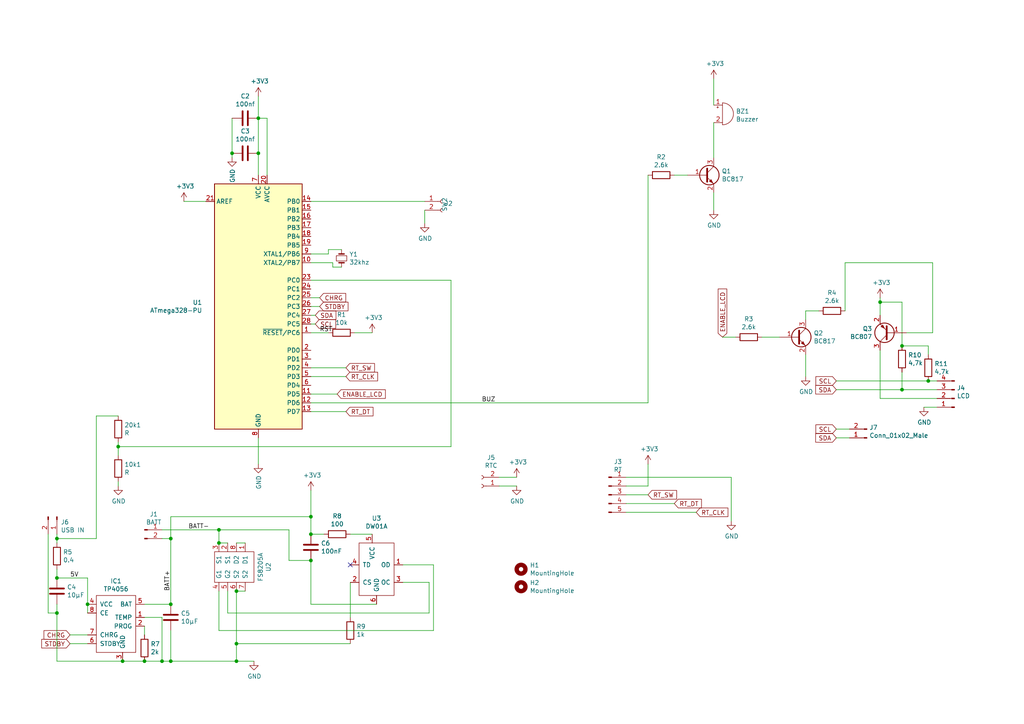
<source format=kicad_sch>
(kicad_sch (version 20211123) (generator eeschema)
  (paper "A4")
  (lib_symbols
    (symbol "Connector:Conn_01x02_Female" (pin_names (offset 1.016) hide)
      (property "Reference" "J" (at 0 2.54 0))
      (property "Value" "Conn_01x02_Female" (at 0 -5.08 0))
      (symbol "Conn_01x02_Female_1_1"
        (arc (start 0 -2.032) (mid -0.508 -2.54) (end 0 -3.048) (stroke (width 0.1524)))
        (polyline (pts (xy -1.27 -2.54) (xy -0.508 -2.54)) (stroke (width 0.1524)))
        (polyline (pts (xy -1.27 0) (xy -0.508 0)) (stroke (width 0.1524)))
        (arc (start 0 0.508) (mid -0.508 0) (end 0 -0.508) (stroke (width 0.1524)))
        (pin passive line (at -5.08 0 0) (length 3.81) (name "Pin_1") (number "1"))
        (pin passive line (at -5.08 -2.54 0) (length 3.81) (name "Pin_2") (number "2"))
      )
    )
    (symbol "Connector:Conn_01x02_Male" (pin_names (offset 1.016) hide)
      (property "Reference" "J" (at 0 2.54 0))
      (property "Value" "Conn_01x02_Male" (at 0 -5.08 0))
      (symbol "Conn_01x02_Male_1_1"
        (polyline (pts (xy 1.27 -2.54) (xy 0.8636 -2.54)) (stroke (width 0.1524)))
        (polyline (pts (xy 1.27 0) (xy 0.8636 0)) (stroke (width 0.1524)))
        (rectangle (start 0.8636 -2.413) (end 0 -2.667) (stroke (width 0.1524)) (fill (type outline)))
        (rectangle (start 0.8636 0.127) (end 0 -0.127) (stroke (width 0.1524)) (fill (type outline)))
        (pin passive line (at 5.08 0 180) (length 3.81) (name "Pin_1") (number "1"))
        (pin passive line (at 5.08 -2.54 180) (length 3.81) (name "Pin_2") (number "2"))
      )
    )
    (symbol "Connector:Conn_01x04_Male" (pin_names (offset 1.016) hide)
      (property "Reference" "J" (at 0 5.08 0))
      (property "Value" "Conn_01x04_Male" (at 0 -7.62 0))
      (symbol "Conn_01x04_Male_1_1"
        (polyline (pts (xy 1.27 -5.08) (xy 0.8636 -5.08)) (stroke (width 0.1524)))
        (polyline (pts (xy 1.27 -2.54) (xy 0.8636 -2.54)) (stroke (width 0.1524)))
        (polyline (pts (xy 1.27 0) (xy 0.8636 0)) (stroke (width 0.1524)))
        (polyline (pts (xy 1.27 2.54) (xy 0.8636 2.54)) (stroke (width 0.1524)))
        (rectangle (start 0.8636 -4.953) (end 0 -5.207) (stroke (width 0.1524)) (fill (type outline)))
        (rectangle (start 0.8636 -2.413) (end 0 -2.667) (stroke (width 0.1524)) (fill (type outline)))
        (rectangle (start 0.8636 0.127) (end 0 -0.127) (stroke (width 0.1524)) (fill (type outline)))
        (rectangle (start 0.8636 2.667) (end 0 2.413) (stroke (width 0.1524)) (fill (type outline)))
        (pin passive line (at 5.08 2.54 180) (length 3.81) (name "Pin_1") (number "1"))
        (pin passive line (at 5.08 0 180) (length 3.81) (name "Pin_2") (number "2"))
        (pin passive line (at 5.08 -2.54 180) (length 3.81) (name "Pin_3") (number "3"))
        (pin passive line (at 5.08 -5.08 180) (length 3.81) (name "Pin_4") (number "4"))
      )
    )
    (symbol "Connector:Conn_01x05_Male" (pin_names (offset 1.016) hide)
      (property "Reference" "J" (at 0 7.62 0))
      (property "Value" "Conn_01x05_Male" (at 0 -7.62 0))
      (symbol "Conn_01x05_Male_1_1"
        (polyline (pts (xy 1.27 -5.08) (xy 0.8636 -5.08)) (stroke (width 0.1524)))
        (polyline (pts (xy 1.27 -2.54) (xy 0.8636 -2.54)) (stroke (width 0.1524)))
        (polyline (pts (xy 1.27 0) (xy 0.8636 0)) (stroke (width 0.1524)))
        (polyline (pts (xy 1.27 2.54) (xy 0.8636 2.54)) (stroke (width 0.1524)))
        (polyline (pts (xy 1.27 5.08) (xy 0.8636 5.08)) (stroke (width 0.1524)))
        (rectangle (start 0.8636 -4.953) (end 0 -5.207) (stroke (width 0.1524)) (fill (type outline)))
        (rectangle (start 0.8636 -2.413) (end 0 -2.667) (stroke (width 0.1524)) (fill (type outline)))
        (rectangle (start 0.8636 0.127) (end 0 -0.127) (stroke (width 0.1524)) (fill (type outline)))
        (rectangle (start 0.8636 2.667) (end 0 2.413) (stroke (width 0.1524)) (fill (type outline)))
        (rectangle (start 0.8636 5.207) (end 0 4.953) (stroke (width 0.1524)) (fill (type outline)))
        (pin passive line (at 5.08 5.08 180) (length 3.81) (name "Pin_1") (number "1"))
        (pin passive line (at 5.08 2.54 180) (length 3.81) (name "Pin_2") (number "2"))
        (pin passive line (at 5.08 0 180) (length 3.81) (name "Pin_3") (number "3"))
        (pin passive line (at 5.08 -2.54 180) (length 3.81) (name "Pin_4") (number "4"))
        (pin passive line (at 5.08 -5.08 180) (length 3.81) (name "Pin_5") (number "5"))
      )
    )
    (symbol "Device:Buzzer" (pin_names (offset 0.0254) hide)
      (property "Reference" "BZ" (at 3.81 1.27 0))
      (property "Value" "Buzzer" (at 3.81 -1.27 0))
      (symbol "Buzzer_0_1"
        (arc (start 0 -3.175) (mid 3.175 0) (end 0 3.175))
        (polyline (pts (xy -1.651 1.905) (xy -1.143 1.905)))
        (polyline (pts (xy -1.397 2.159) (xy -1.397 1.651)))
        (polyline (pts (xy 0 3.175) (xy 0 -3.175)))
      )
      (symbol "Buzzer_1_1"
        (pin passive line (at -2.54 2.54 0) (length 2.54) (name "-") (number "1"))
        (pin passive line (at -2.54 -2.54 0) (length 2.54) (name "+") (number "2"))
      )
    )
    (symbol "Device:C" (pin_numbers hide) (pin_names (offset 0.254))
      (property "Reference" "C" (at 0.635 2.54 0))
      (property "Value" "C" (at 0.635 -2.54 0))
      (symbol "C_0_1"
        (polyline (pts (xy -2.032 -0.762) (xy 2.032 -0.762)) (stroke (width 0.508)))
        (polyline (pts (xy -2.032 0.762) (xy 2.032 0.762)) (stroke (width 0.508)))
      )
      (symbol "C_1_1"
        (pin passive line (at 0 3.81 270) (length 2.794) (name "~") (number "1"))
        (pin passive line (at 0 -3.81 90) (length 2.794) (name "~") (number "2"))
      )
    )
    (symbol "Device:Crystal_Small" (pin_numbers hide) (pin_names (offset 1.016) hide)
      (property "Reference" "Y" (at 0 2.54 0))
      (property "Value" "Crystal_Small" (at 0 -2.54 0))
      (symbol "Crystal_Small_0_1"
        (rectangle (start -0.762 -1.524) (end 0.762 1.524))
        (polyline (pts (xy -1.27 -0.762) (xy -1.27 0.762)) (stroke (width 0.381)))
        (polyline (pts (xy 1.27 -0.762) (xy 1.27 0.762)) (stroke (width 0.381)))
      )
      (symbol "Crystal_Small_1_1"
        (pin passive line (at -2.54 0 0) (length 1.27) (name "1") (number "1"))
        (pin passive line (at 2.54 0 180) (length 1.27) (name "2") (number "2"))
      )
    )
    (symbol "Device:R" (pin_numbers hide) (pin_names (offset 0))
      (property "Reference" "R" (at 2.032 0 90))
      (property "Value" "R" (at 0 0 90))
      (symbol "R_0_1"
        (rectangle (start -1.016 -2.54) (end 1.016 2.54) (stroke (width 0.254)))
      )
      (symbol "R_1_1"
        (pin passive line (at 0 3.81 270) (length 1.27) (name "~") (number "1"))
        (pin passive line (at 0 -3.81 90) (length 1.27) (name "~") (number "2"))
      )
    )
    (symbol "Mechanical:MountingHole" (pin_names (offset 1.016))
      (property "Reference" "H" (at 0 5.08 0))
      (property "Value" "MountingHole" (at 0 3.175 0))
      (symbol "MountingHole_0_1"
        (circle (center 0 0) (radius 1.27) (stroke (width 1.27)))
      )
    )
    (symbol "Transistor_BJT:BC807" (pin_names (offset 0) hide)
      (property "Reference" "Q" (at 5.08 1.905 0))
      (property "Value" "BC807" (at 5.08 0 0))
      (symbol "BC807_0_1"
        (polyline (pts (xy 0.635 0.635) (xy 2.54 2.54)))
        (polyline (pts (xy 0.635 -0.635) (xy 2.54 -2.54) (xy 2.54 -2.54)))
        (polyline (pts (xy 0.635 1.905) (xy 0.635 -1.905) (xy 0.635 -1.905)) (stroke (width 0.508)))
        (polyline (pts (xy 2.286 -1.778) (xy 1.778 -2.286) (xy 1.27 -1.27) (xy 2.286 -1.778) (xy 2.286 -1.778)) (fill (type outline)))
        (circle (center 1.27 0) (radius 2.8194) (stroke (width 0.254)))
      )
      (symbol "BC807_1_1"
        (pin input line (at -5.08 0 0) (length 5.715) (name "B") (number "1"))
        (pin passive line (at 2.54 -5.08 90) (length 2.54) (name "E") (number "2"))
        (pin passive line (at 2.54 5.08 270) (length 2.54) (name "C") (number "3"))
      )
    )
    (symbol "Transistor_BJT:BC817" (pin_names (offset 0) hide)
      (property "Reference" "Q" (at 5.08 1.905 0))
      (property "Value" "BC817" (at 5.08 0 0))
      (symbol "BC817_0_1"
        (polyline (pts (xy 0.635 0.635) (xy 2.54 2.54)))
        (polyline (pts (xy 0.635 -0.635) (xy 2.54 -2.54) (xy 2.54 -2.54)))
        (polyline (pts (xy 0.635 1.905) (xy 0.635 -1.905) (xy 0.635 -1.905)) (stroke (width 0.508)))
        (polyline (pts (xy 1.27 -1.778) (xy 1.778 -1.27) (xy 2.286 -2.286) (xy 1.27 -1.778) (xy 1.27 -1.778)) (fill (type outline)))
        (circle (center 1.27 0) (radius 2.8194) (stroke (width 0.254)))
      )
      (symbol "BC817_1_1"
        (pin input line (at -5.08 0 0) (length 5.715) (name "B") (number "1"))
        (pin passive line (at 2.54 -5.08 90) (length 2.54) (name "E") (number "2"))
        (pin passive line (at 2.54 5.08 270) (length 2.54) (name "C") (number "3"))
      )
    )
    (symbol "dw01a:DW01A" (pin_names (offset 1.016))
      (property "Reference" "U" (at 6.35 -7.62 0))
      (property "Value" "DW01A" (at 6.35 10.16 0))
      (symbol "DW01A_0_1"
        (rectangle (start 7.62 -6.35) (end -2.54 8.89))
      )
      (symbol "DW01A_1_1"
        (pin output line (at 10.16 2.54 180) (length 2.54) (name "OD") (number "1"))
        (pin input line (at -5.08 -2.54 0) (length 2.54) (name "CS") (number "2"))
        (pin output line (at 10.16 -2.54 180) (length 2.54) (name "OC") (number "3"))
        (pin bidirectional line (at -5.08 2.54 0) (length 2.54) (name "TD") (number "4"))
        (pin power_in line (at 1.27 11.43 270) (length 2.54) (name "VCC") (number "5"))
        (pin power_in line (at 2.54 -8.89 90) (length 2.54) (name "GND") (number "6"))
      )
    )
    (symbol "fs8205a:FS8205A" (pin_names (offset 1.016))
      (property "Reference" "U" (at -2.54 -5.08 0))
      (property "Value" "FS8205A" (at 0 8.89 0))
      (symbol "FS8205A_0_1"
        (rectangle (start 5.08 -3.81) (end -3.81 7.62))
      )
      (symbol "FS8205A_1_1"
        (pin input line (at -6.35 5.08 0) (length 2.54) (name "D1") (number "1"))
        (pin input line (at -6.35 0 0) (length 2.54) (name "S1") (number "2"))
        (pin input line (at -6.35 -2.54 0) (length 2.54) (name "S1") (number "3"))
        (pin input line (at 7.62 -2.54 180) (length 2.54) (name "G1") (number "4"))
        (pin input line (at 7.62 0 180) (length 2.54) (name "G2") (number "5"))
        (pin input line (at 7.62 2.54 180) (length 2.54) (name "S2") (number "6"))
        (pin input line (at 7.62 5.08 180) (length 2.54) (name "S2") (number "7"))
        (pin input line (at -6.35 2.54 0) (length 2.54) (name "D2") (number "8"))
      )
    )
    (symbol "kitchen-timer-rescue:+3.3V-power" (power) (pin_names (offset 0))
      (property "Value" "+3.3V-power" (at 0 3.556 0))
      (symbol "+3.3V-power_0_1"
        (polyline (pts (xy -0.762 1.27) (xy 0 2.54)))
        (polyline (pts (xy 0 0) (xy 0 2.54)))
        (polyline (pts (xy 0 2.54) (xy 0.762 1.27)))
      )
      (symbol "+3.3V-power_1_1"
        (pin power_in line (at 0 0 90) (length 0) hide (name "+3V3") (number "1"))
      )
    )
    (symbol "kitchen-timer-rescue:ATmega328-PU-MCU_Microchip_ATmega"
      (property "Reference" "U" (at -12.7 36.83 0))
      (property "Value" "ATmega328-PU-MCU_Microchip_ATmega" (at 2.54 -36.83 0))
      (symbol "ATmega328-PU-MCU_Microchip_ATmega_0_1"
        (rectangle (start -12.7 -35.56) (end 12.7 35.56) (stroke (width 0.254)) (fill (type background)))
      )
      (symbol "ATmega328-PU-MCU_Microchip_ATmega_1_1"
        (pin tri_state line (at 15.24 -7.62 180) (length 2.54) (name "~{RESET}/PC6") (number "1"))
        (pin tri_state line (at 15.24 12.7 180) (length 2.54) (name "XTAL2/PB7") (number "10"))
        (pin tri_state line (at 15.24 -25.4 180) (length 2.54) (name "PD5") (number "11"))
        (pin tri_state line (at 15.24 -27.94 180) (length 2.54) (name "PD6") (number "12"))
        (pin tri_state line (at 15.24 -30.48 180) (length 2.54) (name "PD7") (number "13"))
        (pin tri_state line (at 15.24 30.48 180) (length 2.54) (name "PB0") (number "14"))
        (pin tri_state line (at 15.24 27.94 180) (length 2.54) (name "PB1") (number "15"))
        (pin tri_state line (at 15.24 25.4 180) (length 2.54) (name "PB2") (number "16"))
        (pin tri_state line (at 15.24 22.86 180) (length 2.54) (name "PB3") (number "17"))
        (pin tri_state line (at 15.24 20.32 180) (length 2.54) (name "PB4") (number "18"))
        (pin tri_state line (at 15.24 17.78 180) (length 2.54) (name "PB5") (number "19"))
        (pin tri_state line (at 15.24 -12.7 180) (length 2.54) (name "PD0") (number "2"))
        (pin power_in line (at 2.54 38.1 270) (length 2.54) (name "AVCC") (number "20"))
        (pin passive line (at -15.24 30.48 0) (length 2.54) (name "AREF") (number "21"))
        (pin passive line (at 0 -38.1 90) (length 2.54) hide (name "GND") (number "22"))
        (pin tri_state line (at 15.24 7.62 180) (length 2.54) (name "PC0") (number "23"))
        (pin tri_state line (at 15.24 5.08 180) (length 2.54) (name "PC1") (number "24"))
        (pin tri_state line (at 15.24 2.54 180) (length 2.54) (name "PC2") (number "25"))
        (pin tri_state line (at 15.24 0 180) (length 2.54) (name "PC3") (number "26"))
        (pin tri_state line (at 15.24 -2.54 180) (length 2.54) (name "PC4") (number "27"))
        (pin tri_state line (at 15.24 -5.08 180) (length 2.54) (name "PC5") (number "28"))
        (pin tri_state line (at 15.24 -15.24 180) (length 2.54) (name "PD1") (number "3"))
        (pin tri_state line (at 15.24 -17.78 180) (length 2.54) (name "PD2") (number "4"))
        (pin tri_state line (at 15.24 -20.32 180) (length 2.54) (name "PD3") (number "5"))
        (pin tri_state line (at 15.24 -22.86 180) (length 2.54) (name "PD4") (number "6"))
        (pin power_in line (at 0 38.1 270) (length 2.54) (name "VCC") (number "7"))
        (pin power_in line (at 0 -38.1 90) (length 2.54) (name "GND") (number "8"))
        (pin tri_state line (at 15.24 15.24 180) (length 2.54) (name "XTAL1/PB6") (number "9"))
      )
    )
    (symbol "power:+3V3" (power) (pin_names (offset 0))
      (property "Value" "+3V3" (at 0 3.556 0))
      (symbol "+3V3_0_1"
        (polyline (pts (xy -0.762 1.27) (xy 0 2.54)))
        (polyline (pts (xy 0 0) (xy 0 2.54)))
        (polyline (pts (xy 0 2.54) (xy 0.762 1.27)))
      )
      (symbol "+3V3_1_1"
        (pin power_in line (at 0 0 90) (length 0) hide (name "+3V3") (number "1"))
      )
    )
    (symbol "power:GND" (power) (pin_names (offset 0))
      (property "Value" "GND" (at 0 -3.81 0))
      (symbol "GND_0_1"
        (polyline (pts (xy 0 0) (xy 0 -1.27) (xy 1.27 -1.27) (xy 0 -2.54) (xy -1.27 -1.27) (xy 0 -1.27)))
      )
      (symbol "GND_1_1"
        (pin power_in line (at 0 0 270) (length 0) hide (name "GND") (number "1"))
      )
    )
    (symbol "tp4056:TP4056" (pin_names (offset 1.016))
      (property "Reference" "IC" (at -3.81 0 0))
      (property "Value" "TP4056" (at 2.54 19.05 0))
      (symbol "TP4056_0_1"
        (rectangle (start -2.54 17.78) (end 8.89 1.27))
      )
      (symbol "TP4056_1_1"
        (pin input line (at 11.43 11.43 180) (length 2.54) (name "TEMP") (number "1"))
        (pin input line (at 11.43 8.89 180) (length 2.54) (name "PROG") (number "2"))
        (pin input line (at 5.08 -1.27 90) (length 2.54) (name "GND") (number "3"))
        (pin input line (at -5.08 15.24 0) (length 2.54) (name "VCC") (number "4"))
        (pin input line (at 11.43 15.24 180) (length 2.54) (name "BAT") (number "5"))
        (pin input line (at -5.08 3.81 0) (length 2.54) (name "STDBY") (number "6"))
        (pin input line (at -5.08 6.35 0) (length 2.54) (name "CHRG") (number "7"))
        (pin input line (at -5.08 12.7 0) (length 2.54) (name "CE") (number "8"))
      )
    )
  )
  (junction (at 68.58 171.45))
  (junction (at 90.17 149.86))
  (junction (at 261.62 100.33))
  (junction (at 74.93 44.45))
  (junction (at 68.58 191.77))
  (junction (at 67.31 44.45))
  (junction (at 49.53 191.77))
  (junction (at 63.5 153.67))
  (junction (at 49.53 156.21))
  (junction (at 16.51 177.8))
  (junction (at 16.51 156.21))
  (junction (at 46.99 191.77))
  (junction (at 255.27 87.63))
  (junction (at 16.51 167.64))
  (junction (at 49.53 175.26))
  (junction (at 90.17 154.94))
  (junction (at 63.5 157.48))
  (junction (at 25.4 175.26))
  (junction (at 35.56 191.77))
  (junction (at 34.29 129.54))
  (junction (at 74.93 34.29))
  (junction (at 261.62 113.03))
  (junction (at 41.91 191.77))
  (junction (at 269.24 110.49))
  (junction (at 68.58 186.69))
  (junction (at 90.17 162.56))
  (no_connect (at 101.6 163.83))
  (wire (pts (xy 63.5 182.88) (xy 125.73 182.88)))
  (wire (pts (xy 46.99 156.21) (xy 49.53 156.21)))
  (wire (pts (xy 73.66 191.77) (xy 68.58 191.77)))
  (wire (pts (xy 261.62 100.33) (xy 261.62 87.63)))
  (wire (pts (xy 271.78 113.03) (xy 261.62 113.03)))
  (wire (pts (xy 96.52 76.2) (xy 90.17 76.2)))
  (wire (pts (xy 95.25 96.52) (xy 90.17 96.52)))
  (wire (pts (xy 71.12 171.45) (xy 68.58 171.45)))
  (wire (pts (xy 270.51 76.2) (xy 270.51 96.52)))
  (wire (pts (xy 67.31 44.45) (xy 67.31 45.72)))
  (wire (pts (xy 90.17 73.66) (xy 95.25 73.66)))
  (wire (pts (xy 271.78 110.49) (xy 269.24 110.49)))
  (wire (pts (xy 261.62 113.03) (xy 261.62 107.95)))
  (wire (pts (xy 83.82 162.56) (xy 90.17 162.56)))
  (wire (pts (xy 41.91 179.07) (xy 46.99 179.07)))
  (wire (pts (xy 41.91 181.61) (xy 41.91 184.15)))
  (wire (pts (xy 63.5 153.67) (xy 83.82 153.67)))
  (wire (pts (xy 90.17 162.56) (xy 90.17 175.26)))
  (wire (pts (xy 74.93 127) (xy 74.93 134.62)))
  (wire (pts (xy 187.96 116.84) (xy 187.96 50.8)))
  (wire (pts (xy 41.91 191.77) (xy 46.99 191.77)))
  (wire (pts (xy 95.25 72.39) (xy 99.06 72.39)))
  (wire (pts (xy 16.51 156.21) (xy 27.94 156.21)))
  (wire (pts (xy 212.09 138.43) (xy 212.09 151.13)))
  (wire (pts (xy 271.78 115.57) (xy 255.27 115.57)))
  (wire (pts (xy 199.39 50.8) (xy 195.58 50.8)))
  (wire (pts (xy 95.25 73.66) (xy 95.25 72.39)))
  (wire (pts (xy 93.98 154.94) (xy 90.17 154.94)))
  (wire (pts (xy 207.01 55.88) (xy 207.01 60.96)))
  (wire (pts (xy 67.31 34.29) (xy 67.31 44.45)))
  (wire (pts (xy 91.44 91.44) (xy 90.17 91.44)))
  (wire (pts (xy 269.24 102.87) (xy 269.24 100.33)))
  (wire (pts (xy 13.97 154.94) (xy 13.97 177.8)))
  (wire (pts (xy 123.19 58.42) (xy 90.17 58.42)))
  (wire (pts (xy 90.17 88.9) (xy 92.71 88.9)))
  (wire (pts (xy 25.4 167.64) (xy 16.51 167.64)))
  (wire (pts (xy 123.19 60.96) (xy 123.19 64.77)))
  (wire (pts (xy 46.99 179.07) (xy 46.99 191.77)))
  (wire (pts (xy 91.44 93.98) (xy 90.17 93.98)))
  (wire (pts (xy 124.46 168.91) (xy 124.46 177.8)))
  (wire (pts (xy 100.33 109.22) (xy 90.17 109.22)))
  (wire (pts (xy 74.93 34.29) (xy 77.47 34.29)))
  (wire (pts (xy 25.4 175.26) (xy 25.4 167.64)))
  (wire (pts (xy 49.53 156.21) (xy 49.53 175.26)))
  (wire (pts (xy 124.46 177.8) (xy 66.04 177.8)))
  (wire (pts (xy 107.95 154.94) (xy 101.6 154.94)))
  (wire (pts (xy 34.29 139.7) (xy 34.29 140.97)))
  (wire (pts (xy 97.79 114.3) (xy 90.17 114.3)))
  (wire (pts (xy 90.17 106.68) (xy 100.33 106.68)))
  (wire (pts (xy 49.53 191.77) (xy 46.99 191.77)))
  (wire (pts (xy 130.81 129.54) (xy 130.81 81.28)))
  (wire (pts (xy 25.4 184.15) (xy 20.32 184.15)))
  (wire (pts (xy 16.51 154.94) (xy 16.51 156.21)))
  (wire (pts (xy 92.71 86.36) (xy 90.17 86.36)))
  (wire (pts (xy 181.61 140.97) (xy 187.96 140.97)))
  (wire (pts (xy 245.11 90.17) (xy 245.11 76.2)))
  (wire (pts (xy 181.61 146.05) (xy 195.58 146.05)))
  (wire (pts (xy 20.32 186.69) (xy 25.4 186.69)))
  (wire (pts (xy 16.51 156.21) (xy 16.51 157.48)))
  (wire (pts (xy 27.94 120.65) (xy 34.29 120.65)))
  (wire (pts (xy 66.04 157.48) (xy 63.5 157.48)))
  (wire (pts (xy 63.5 153.67) (xy 63.5 157.48)))
  (wire (pts (xy 245.11 76.2) (xy 270.51 76.2)))
  (wire (pts (xy 125.73 163.83) (xy 116.84 163.83)))
  (wire (pts (xy 68.58 186.69) (xy 68.58 191.77)))
  (wire (pts (xy 130.81 81.28) (xy 90.17 81.28)))
  (wire (pts (xy 68.58 191.77) (xy 49.53 191.77)))
  (wire (pts (xy 83.82 153.67) (xy 83.82 162.56)))
  (wire (pts (xy 68.58 171.45) (xy 68.58 186.69)))
  (wire (pts (xy 25.4 175.26) (xy 25.4 177.8)))
  (wire (pts (xy 242.57 127) (xy 246.38 127)))
  (wire (pts (xy 74.93 44.45) (xy 74.93 50.8)))
  (wire (pts (xy 66.04 177.8) (xy 66.04 171.45)))
  (wire (pts (xy 233.68 102.87) (xy 233.68 109.22)))
  (wire (pts (xy 90.17 149.86) (xy 49.53 149.86)))
  (wire (pts (xy 100.33 119.38) (xy 90.17 119.38)))
  (wire (pts (xy 90.17 116.84) (xy 187.96 116.84)))
  (wire (pts (xy 16.51 177.8) (xy 16.51 191.77)))
  (wire (pts (xy 107.95 96.52) (xy 102.87 96.52)))
  (wire (pts (xy 261.62 113.03) (xy 242.57 113.03)))
  (wire (pts (xy 269.24 100.33) (xy 261.62 100.33)))
  (wire (pts (xy 16.51 175.26) (xy 16.51 177.8)))
  (wire (pts (xy 181.61 138.43) (xy 212.09 138.43)))
  (wire (pts (xy 49.53 182.88) (xy 49.53 191.77)))
  (wire (pts (xy 101.6 179.07) (xy 101.6 168.91)))
  (wire (pts (xy 16.51 191.77) (xy 35.56 191.77)))
  (wire (pts (xy 13.97 177.8) (xy 16.51 177.8)))
  (wire (pts (xy 46.99 153.67) (xy 63.5 153.67)))
  (wire (pts (xy 63.5 171.45) (xy 63.5 182.88)))
  (wire (pts (xy 207.01 35.56) (xy 207.01 45.72)))
  (wire (pts (xy 270.51 96.52) (xy 262.89 96.52)))
  (wire (pts (xy 35.56 191.77) (xy 41.91 191.77)))
  (wire (pts (xy 77.47 34.29) (xy 77.47 50.8)))
  (wire (pts (xy 16.51 165.1) (xy 16.51 167.64)))
  (wire (pts (xy 255.27 87.63) (xy 255.27 91.44)))
  (wire (pts (xy 74.93 34.29) (xy 74.93 44.45)))
  (wire (pts (xy 34.29 128.27) (xy 34.29 129.54)))
  (wire (pts (xy 255.27 86.36) (xy 255.27 87.63)))
  (wire (pts (xy 34.29 129.54) (xy 130.81 129.54)))
  (wire (pts (xy 41.91 175.26) (xy 49.53 175.26)))
  (wire (pts (xy 209.55 97.79) (xy 213.36 97.79)))
  (wire (pts (xy 261.62 87.63) (xy 255.27 87.63)))
  (wire (pts (xy 201.93 148.59) (xy 181.61 148.59)))
  (wire (pts (xy 255.27 115.57) (xy 255.27 101.6)))
  (wire (pts (xy 90.17 154.94) (xy 90.17 149.86)))
  (wire (pts (xy 226.06 97.79) (xy 220.98 97.79)))
  (wire (pts (xy 187.96 140.97) (xy 187.96 134.62)))
  (wire (pts (xy 242.57 110.49) (xy 269.24 110.49)))
  (wire (pts (xy 271.78 118.11) (xy 267.97 118.11)))
  (wire (pts (xy 71.12 157.48) (xy 68.58 157.48)))
  (wire (pts (xy 246.38 124.46) (xy 242.57 124.46)))
  (wire (pts (xy 90.17 175.26) (xy 109.22 175.26)))
  (wire (pts (xy 144.78 140.97) (xy 149.86 140.97)))
  (wire (pts (xy 59.69 58.42) (xy 53.34 58.42)))
  (wire (pts (xy 237.49 90.17) (xy 233.68 90.17)))
  (wire (pts (xy 90.17 142.24) (xy 90.17 149.86)))
  (wire (pts (xy 116.84 168.91) (xy 124.46 168.91)))
  (wire (pts (xy 96.52 77.47) (xy 96.52 76.2)))
  (wire (pts (xy 34.29 129.54) (xy 34.29 132.08)))
  (wire (pts (xy 99.06 77.47) (xy 96.52 77.47)))
  (wire (pts (xy 101.6 186.69) (xy 68.58 186.69)))
  (wire (pts (xy 187.96 143.51) (xy 181.61 143.51)))
  (wire (pts (xy 207.01 22.86) (xy 207.01 30.48)))
  (wire (pts (xy 233.68 90.17) (xy 233.68 92.71)))
  (wire (pts (xy 49.53 149.86) (xy 49.53 156.21)))
  (wire (pts (xy 149.86 138.43) (xy 144.78 138.43)))
  (wire (pts (xy 125.73 182.88) (xy 125.73 163.83)))
  (wire (pts (xy 27.94 156.21) (xy 27.94 120.65)))
  (wire (pts (xy 74.93 27.94) (xy 74.93 34.29)))
  (label "BATT-" (at 54.61 153.67 0))
  (label "5V" (at 20.32 167.64 0))
  (label "BUZ" (at 139.7 116.84 0))
  (label "RST" (at 92.71 96.52 0))
  (label "BATT+" (at 49.53 171.45 90))
  (global_label "CHRG" (shape input) (at 20.32 184.15 180) (property "Intersheet References" "${INTERSHEET_REFS}" (effects hide)))
  (global_label "ENABLE_LCD" (shape input) (at 209.55 97.79 90) (property "Intersheet References" "${INTERSHEET_REFS}" (effects hide)))
  (global_label "RT_SW" (shape input) (at 100.33 106.68 0) (property "Intersheet References" "${INTERSHEET_REFS}" (effects hide)))
  (global_label "SDA" (shape input) (at 242.57 127 180) (property "Intersheet References" "${INTERSHEET_REFS}" (effects hide)))
  (global_label "SCL" (shape input) (at 242.57 110.49 180) (property "Intersheet References" "${INTERSHEET_REFS}" (effects hide)))
  (global_label "RT_CLK" (shape input) (at 100.33 109.22 0) (property "Intersheet References" "${INTERSHEET_REFS}" (effects hide)))
  (global_label "SCL" (shape input) (at 91.44 93.98 0) (property "Intersheet References" "${INTERSHEET_REFS}" (effects hide)))
  (global_label "ENABLE_LCD" (shape input) (at 97.79 114.3 0) (property "Intersheet References" "${INTERSHEET_REFS}" (effects hide)))
  (global_label "RT_DT" (shape input) (at 100.33 119.38 0) (property "Intersheet References" "${INTERSHEET_REFS}" (effects hide)))
  (global_label "CHRG" (shape input) (at 92.71 86.36 0) (property "Intersheet References" "${INTERSHEET_REFS}" (effects hide)))
  (global_label "SDA" (shape input) (at 91.44 91.44 0) (property "Intersheet References" "${INTERSHEET_REFS}" (effects hide)))
  (global_label "STDBY" (shape input) (at 92.71 88.9 0) (property "Intersheet References" "${INTERSHEET_REFS}" (effects hide)))
  (global_label "RT_DT" (shape input) (at 195.58 146.05 0) (property "Intersheet References" "${INTERSHEET_REFS}" (effects hide)))
  (global_label "STDBY" (shape input) (at 20.32 186.69 180) (property "Intersheet References" "${INTERSHEET_REFS}" (effects hide)))
  (global_label "SDA" (shape input) (at 242.57 113.03 180) (property "Intersheet References" "${INTERSHEET_REFS}" (effects hide)))
  (global_label "RT_SW" (shape input) (at 187.96 143.51 0) (property "Intersheet References" "${INTERSHEET_REFS}" (effects hide)))
  (global_label "SCL" (shape input) (at 242.57 124.46 180) (property "Intersheet References" "${INTERSHEET_REFS}" (effects hide)))
  (global_label "RT_CLK" (shape input) (at 201.93 148.59 0) (property "Intersheet References" "${INTERSHEET_REFS}" (effects hide)))
  (symbol (lib_id "Device:Buzzer") (at 209.55 33.02 0) (unit 1)
    (property "Reference" "BZ1" (at 213.4362 32.2834 0) (effects (justify left)))
    (property "Value" "Buzzer" (at 213.4362 34.5948 0) (effects (justify left)))
    (property "Footprint" "Connector_PinHeader_2.00mm:PinHeader_1x02_P2.00mm_Vertical" (effects hide))
  )
  (symbol (lib_id "Device:R") (at 217.17 97.79 270) (unit 1)
    (property "Reference" "R3" (at 217.17 92.5322 90))
    (property "Value" "2.6k" (at 217.17 94.8436 90))
    (property "Footprint" "Resistor_SMD:R_0805_2012Metric" (effects hide))
  )
  (symbol (lib_id "Device:R") (at 241.3 90.17 270) (unit 1)
    (property "Reference" "R4" (at 241.3 84.9122 90))
    (property "Value" "2.6k" (at 241.3 87.2236 90))
    (property "Footprint" "Resistor_SMD:R_0805_2012Metric" (effects hide))
  )
  (symbol (lib_id "power:GND") (at 233.68 109.22 0) (unit 1)
    (property "Reference" "#PWR013" (effects hide))
    (property "Value" "GND" (at 233.807 113.6142 0))
  )
  (symbol (lib_id "power:+3V3") (at 255.27 86.36 0) (unit 1)
    (property "Reference" "#PWR014" (effects hide))
    (property "Value" "+3V3" (at 255.651 81.9658 0))
  )
  (symbol (lib_id "Connector:Conn_01x04_Male") (at 276.86 115.57 180) (unit 1)
    (property "Reference" "J4" (at 277.5458 112.522 0) (effects (justify right)))
    (property "Value" "LCD" (at 277.5458 114.8334 0) (effects (justify right)))
    (property "Footprint" "Connector_PinHeader_2.54mm:PinHeader_1x04_P2.54mm_Vertical" (effects hide))
  )
  (symbol (lib_id "power:GND") (at 267.97 118.11 0) (unit 1)
    (property "Reference" "#PWR015" (effects hide))
    (property "Value" "GND" (at 268.097 122.5042 0))
  )
  (symbol (lib_id "power:+3V3") (at 187.96 134.62 0) (unit 1)
    (property "Reference" "#PWR09" (effects hide))
    (property "Value" "+3V3" (at 188.341 130.2258 0))
  )
  (symbol (lib_id "power:GND") (at 212.09 151.13 0) (unit 1)
    (property "Reference" "#PWR012" (effects hide))
    (property "Value" "GND" (at 212.217 155.5242 0))
  )
  (symbol (lib_id "Connector:Conn_01x05_Male") (at 176.53 143.51 0) (unit 1)
    (property "Reference" "J3" (at 179.2224 133.9088 0))
    (property "Value" "RT" (at 179.2224 136.2202 0))
    (property "Footprint" "Connector_PinHeader_2.54mm:PinHeader_1x05_P2.54mm_Vertical" (effects hide))
  )
  (symbol (lib_id "Connector:Conn_01x02_Male") (at 41.91 153.67 0) (unit 1)
    (property "Reference" "J1" (at 44.6024 149.1488 0))
    (property "Value" "BATT" (at 44.6024 151.4602 0))
    (property "Footprint" "Connector_JST:JST_PH_B2B-PH-K_1x02_P2.00mm_Vertical" (effects hide))
  )
  (symbol (lib_id "kitchen-timer-rescue:ATmega328-PU-MCU_Microchip_ATmega") (at 74.93 88.9 0) (unit 1)
    (property "Reference" "U1" (at 58.6486 87.7316 0) (effects (justify right)))
    (property "Value" "ATmega328-PU" (at 58.6486 90.043 0) (effects (justify right)))
    (property "Footprint" "Package_DIP:DIP-28_W7.62mm" (effects hide))
    (property "Datasheet" "http://ww1.microchip.com/downloads/en/DeviceDoc/ATmega328_P%20AVR%20MCU%20with%20picoPower%20Technology%20Data%20Sheet%2040001984A.pdf" (effects hide))
  )
  (symbol (lib_id "Device:Crystal_Small") (at 99.06 74.93 270) (unit 1)
    (property "Reference" "Y1" (at 101.2952 73.7616 90) (effects (justify left)))
    (property "Value" "32khz" (at 101.2952 76.073 90) (effects (justify left)))
    (property "Footprint" "Crystal:Crystal_DS15_D1.5mm_L5.0mm_Vertical" (effects hide))
  )
  (symbol (lib_id "Device:R") (at 99.06 96.52 270) (unit 1)
    (property "Reference" "R1" (at 99.06 91.2622 90))
    (property "Value" "10k" (at 99.06 93.5736 90))
    (property "Footprint" "Resistor_SMD:R_0805_2012Metric" (effects hide))
  )
  (symbol (lib_id "kitchen-timer-rescue:+3.3V-power") (at 107.95 96.52 0) (unit 1)
    (property "Reference" "#PWR07" (effects hide))
    (property "Value" "+3.3V" (at 108.331 92.1258 0))
  )
  (symbol (lib_id "Device:C") (at 71.12 44.45 270) (unit 1)
    (property "Reference" "C3" (at 71.12 38.0492 90))
    (property "Value" "100nf" (at 71.12 40.3606 90))
    (property "Footprint" "Capacitor_SMD:C_0805_2012Metric" (effects hide))
  )
  (symbol (lib_id "Device:C") (at 71.12 34.29 270) (unit 1)
    (property "Reference" "C2" (at 71.12 27.8892 90))
    (property "Value" "100nf" (at 71.12 30.2006 90))
    (property "Footprint" "Capacitor_SMD:C_0805_2012Metric" (effects hide))
  )
  (symbol (lib_id "kitchen-timer-rescue:+3.3V-power") (at 74.93 27.94 0) (unit 1)
    (property "Reference" "#PWR05" (effects hide))
    (property "Value" "+3.3V" (at 75.311 23.5458 0))
  )
  (symbol (lib_id "power:GND") (at 67.31 45.72 0) (unit 1)
    (property "Reference" "#PWR04" (effects hide))
    (property "Value" "GND" (at 67.437 48.9712 90) (effects (justify right)))
  )
  (symbol (lib_id "kitchen-timer-rescue:+3.3V-power") (at 53.34 58.42 0) (unit 1)
    (property "Reference" "#PWR03" (effects hide))
    (property "Value" "+3.3V" (at 53.721 54.0258 0))
  )
  (symbol (lib_id "Device:R") (at 191.77 50.8 270) (unit 1)
    (property "Reference" "R2" (at 191.77 45.5422 90))
    (property "Value" "2.6k" (at 191.77 47.8536 90))
    (property "Footprint" "Resistor_SMD:R_0805_2012Metric" (effects hide))
  )
  (symbol (lib_id "kitchen-timer-rescue:+3.3V-power") (at 207.01 22.86 0) (unit 1)
    (property "Reference" "#PWR010" (effects hide))
    (property "Value" "+3.3V" (at 207.391 18.4658 0))
  )
  (symbol (lib_id "power:GND") (at 207.01 60.96 0) (unit 1)
    (property "Reference" "#PWR011" (effects hide))
    (property "Value" "GND" (at 207.137 65.3542 0))
  )
  (symbol (lib_id "power:GND") (at 74.93 134.62 0) (unit 1)
    (property "Reference" "#PWR06" (effects hide))
    (property "Value" "GND" (at 75.057 137.8712 90) (effects (justify right)))
  )
  (symbol (lib_id "Connector:Conn_01x02_Female") (at 128.27 58.42 0) (unit 1)
    (property "Reference" "J2" (at 128.9558 59.0296 0) (effects (justify left)))
    (property "Value" "SW2" (at 128.9558 61.341 90) (effects (justify left)))
    (property "Footprint" "Connector_PinHeader_2.00mm:PinHeader_1x02_P2.00mm_Vertical" (effects hide))
  )
  (symbol (lib_id "power:GND") (at 123.19 64.77 0) (unit 1)
    (property "Reference" "#PWR08" (effects hide))
    (property "Value" "GND" (at 123.317 69.1642 0))
  )
  (symbol (lib_id "dw01a:DW01A") (at 106.68 166.37 0) (unit 1)
    (property "Reference" "U3" (at 109.22 150.3426 0))
    (property "Value" "DW01A" (at 109.22 152.654 0))
    (property "Footprint" "Package_TO_SOT_SMD:SOT-23-6" (effects hide))
    (property "Datasheet" "https://datasheet.lcsc.com/szlcsc/1901091236_PUOLOP-DW01A_C351410.pdf" (effects hide))
  )
  (symbol (lib_id "tp4056:TP4056") (at 30.48 190.5 0) (unit 1)
    (property "Reference" "IC1" (at 33.655 168.529 0))
    (property "Value" "TP4056" (at 33.655 170.8404 0))
    (property "Footprint" "tp4056:TP4056_SOP-8-PP" (effects hide))
  )
  (symbol (lib_id "fs8205a:FS8205A") (at 66.04 163.83 270) (unit 1)
    (property "Reference" "U2" (at 77.851 164.465 0))
    (property "Value" "FS8205A" (at 75.5396 164.465 0))
    (property "Footprint" "Package_SO:TSSOP-8_4.4x3mm_P0.65mm" (effects hide))
    (property "Datasheet" "https://datasheetspdf.com/pdf/976676/CanShengIndustry/FS8205A/1" (effects hide))
  )
  (symbol (lib_id "Device:R") (at 41.91 187.96 0) (unit 1)
    (property "Reference" "R7" (at 43.688 186.7916 0) (effects (justify left)))
    (property "Value" "2k" (at 43.688 189.103 0) (effects (justify left)))
    (property "Footprint" "Resistor_SMD:R_0805_2012Metric" (effects hide))
  )
  (symbol (lib_id "Device:C") (at 16.51 171.45 0) (unit 1)
    (property "Reference" "C4" (at 19.431 170.2816 0) (effects (justify left)))
    (property "Value" "10µF" (at 19.431 172.593 0) (effects (justify left)))
    (property "Footprint" "Capacitor_SMD:C_0805_2012Metric" (effects hide))
  )
  (symbol (lib_id "Device:C") (at 49.53 179.07 0) (unit 1)
    (property "Reference" "C5" (at 52.451 177.9016 0) (effects (justify left)))
    (property "Value" "10µF" (at 52.451 180.213 0) (effects (justify left)))
    (property "Footprint" "Capacitor_SMD:C_0805_2012Metric" (effects hide))
  )
  (symbol (lib_id "Device:R") (at 16.51 161.29 0) (unit 1)
    (property "Reference" "R5" (at 18.288 160.1216 0) (effects (justify left)))
    (property "Value" "0.4" (at 18.288 162.433 0) (effects (justify left)))
    (property "Footprint" "Resistor_SMD:R_1206_3216Metric" (effects hide))
  )
  (symbol (lib_id "Device:C") (at 90.17 158.75 0) (unit 1)
    (property "Reference" "C6" (at 93.091 157.5816 0) (effects (justify left)))
    (property "Value" "100nF" (at 93.091 159.893 0) (effects (justify left)))
    (property "Footprint" "Capacitor_SMD:C_0805_2012Metric" (effects hide))
  )
  (symbol (lib_id "Device:R") (at 97.79 154.94 270) (unit 1)
    (property "Reference" "R8" (at 97.79 149.6822 90))
    (property "Value" "100" (at 97.79 151.9936 90))
    (property "Footprint" "Resistor_SMD:R_0805_2012Metric" (effects hide))
  )
  (symbol (lib_id "Connector:Conn_01x02_Female") (at 139.7 140.97 180) (unit 1)
    (property "Reference" "J5" (at 142.4432 132.715 0))
    (property "Value" "RTC" (at 142.4432 135.0264 0))
    (property "Footprint" "Connector_PinHeader_2.00mm:PinHeader_1x02_P2.00mm_Vertical" (effects hide))
  )
  (symbol (lib_id "power:GND") (at 149.86 140.97 0) (unit 1)
    (property "Reference" "#PWR0103" (effects hide))
    (property "Value" "GND" (at 149.987 145.3642 0))
  )
  (symbol (lib_id "power:+3V3") (at 149.86 138.43 0) (unit 1)
    (property "Reference" "#PWR0104" (effects hide))
    (property "Value" "+3V3" (at 150.241 134.0358 0))
  )
  (symbol (lib_id "Transistor_BJT:BC817") (at 204.47 50.8 0) (unit 1)
    (property "Reference" "Q1" (at 209.3214 49.6316 0) (effects (justify left)))
    (property "Value" "BC817" (at 209.3214 51.943 0) (effects (justify left)))
    (property "Footprint" "Package_TO_SOT_SMD:SOT-23" (effects hide))
    (property "Datasheet" "https://www.onsemi.com/pub/Collateral/BC818-D.pdf" (effects hide))
  )
  (symbol (lib_id "Device:R") (at 101.6 182.88 0) (unit 1)
    (property "Reference" "R9" (at 103.378 181.7116 0) (effects (justify left)))
    (property "Value" "1k" (at 103.378 184.023 0) (effects (justify left)))
    (property "Footprint" "Resistor_SMD:R_0805_2012Metric" (effects hide))
  )
  (symbol (lib_id "Connector:Conn_01x02_Male") (at 16.51 149.86 270) (unit 1)
    (property "Reference" "J6" (at 17.6276 151.4348 90) (effects (justify left)))
    (property "Value" "USB IN" (at 17.6276 153.7462 90) (effects (justify left)))
    (property "Footprint" "Connector_PinHeader_2.00mm:PinHeader_1x02_P2.00mm_Vertical" (effects hide))
  )
  (symbol (lib_id "Transistor_BJT:BC817") (at 231.14 97.79 0) (unit 1)
    (property "Reference" "Q2" (at 235.9914 96.6216 0) (effects (justify left)))
    (property "Value" "BC817" (at 235.9914 98.933 0) (effects (justify left)))
    (property "Footprint" "Package_TO_SOT_SMD:SOT-23" (effects hide))
    (property "Datasheet" "https://www.onsemi.com/pub/Collateral/BC818-D.pdf" (effects hide))
  )
  (symbol (lib_id "Transistor_BJT:BC807") (at 257.81 96.52 180) (unit 1)
    (property "Reference" "Q3" (at 252.9586 95.3516 0) (effects (justify left)))
    (property "Value" "BC807" (at 252.9586 97.663 0) (effects (justify left)))
    (property "Footprint" "Package_TO_SOT_SMD:SOT-23" (effects hide))
    (property "Datasheet" "https://www.onsemi.com/pub/Collateral/BC808-D.pdf" (effects hide))
  )
  (symbol (lib_id "Connector:Conn_01x02_Male") (at 251.46 127 180) (unit 1)
    (property "Reference" "J7" (at 252.1712 124.0028 0) (effects (justify right)))
    (property "Value" "Conn_01x02_Male" (at 252.1712 126.3142 0) (effects (justify right)))
    (property "Footprint" "Connector_PinHeader_2.00mm:PinHeader_1x02_P2.00mm_Vertical" (effects hide))
  )
  (symbol (lib_id "power:GND") (at 73.66 191.77 0) (unit 1)
    (property "Reference" "#PWR0101" (effects hide))
    (property "Value" "GND" (at 73.787 196.1642 0))
  )
  (symbol (lib_id "Device:R") (at 269.24 106.68 0) (unit 1)
    (property "Reference" "R11" (at 271.018 105.5116 0) (effects (justify left)))
    (property "Value" "4,7k" (at 271.018 107.823 0) (effects (justify left)))
    (property "Footprint" "Resistor_SMD:R_0805_2012Metric" (effects hide))
  )
  (symbol (lib_id "Device:R") (at 261.62 104.14 0) (unit 1)
    (property "Reference" "R10" (at 263.398 102.9716 0) (effects (justify left)))
    (property "Value" "4,7k" (at 263.398 105.283 0) (effects (justify left)))
    (property "Footprint" "Resistor_SMD:R_0805_2012Metric" (effects hide))
  )
  (symbol (lib_id "kitchen-timer-rescue:+3.3V-power") (at 90.17 142.24 0) (unit 1)
    (property "Reference" "#PWR0102" (effects hide))
    (property "Value" "+3.3V" (at 90.551 137.8458 0))
  )
  (symbol (lib_id "Mechanical:MountingHole") (at 151.13 165.1 0) (unit 1)
    (property "Reference" "H1" (at 153.67 163.9316 0) (effects (justify left)))
    (property "Value" "MountingHole" (at 153.67 166.243 0) (effects (justify left)))
    (property "Footprint" "MountingHole:MountingHole_3.2mm_M3" (effects hide))
  )
  (symbol (lib_id "Mechanical:MountingHole") (at 151.13 170.18 0) (unit 1)
    (property "Reference" "H2" (at 153.67 169.0116 0) (effects (justify left)))
    (property "Value" "MountingHole" (at 153.67 171.323 0) (effects (justify left)))
    (property "Footprint" "MountingHole:MountingHole_3.2mm_M3" (effects hide))
  )
  (symbol (lib_id "Device:R") (at 34.29 124.46 0) (unit 1)
    (property "Reference" "20k1" (at 36.068 123.2916 0) (effects (justify left)))
    (property "Value" "R" (at 36.068 125.603 0) (effects (justify left)))
    (property "Footprint" "Resistor_SMD:R_0805_2012Metric" (effects hide))
  )
  (symbol (lib_id "Device:R") (at 34.29 135.89 0) (unit 1)
    (property "Reference" "10k1" (at 36.068 134.7216 0) (effects (justify left)))
    (property "Value" "R" (at 36.068 137.033 0) (effects (justify left)))
    (property "Footprint" "Resistor_SMD:R_0805_2012Metric" (effects hide))
  )
  (symbol (lib_id "power:GND") (at 34.29 140.97 0) (unit 1)
    (property "Reference" "#PWR0105" (effects hide))
    (property "Value" "GND" (at 34.417 145.3642 0))
  )
)
</source>
